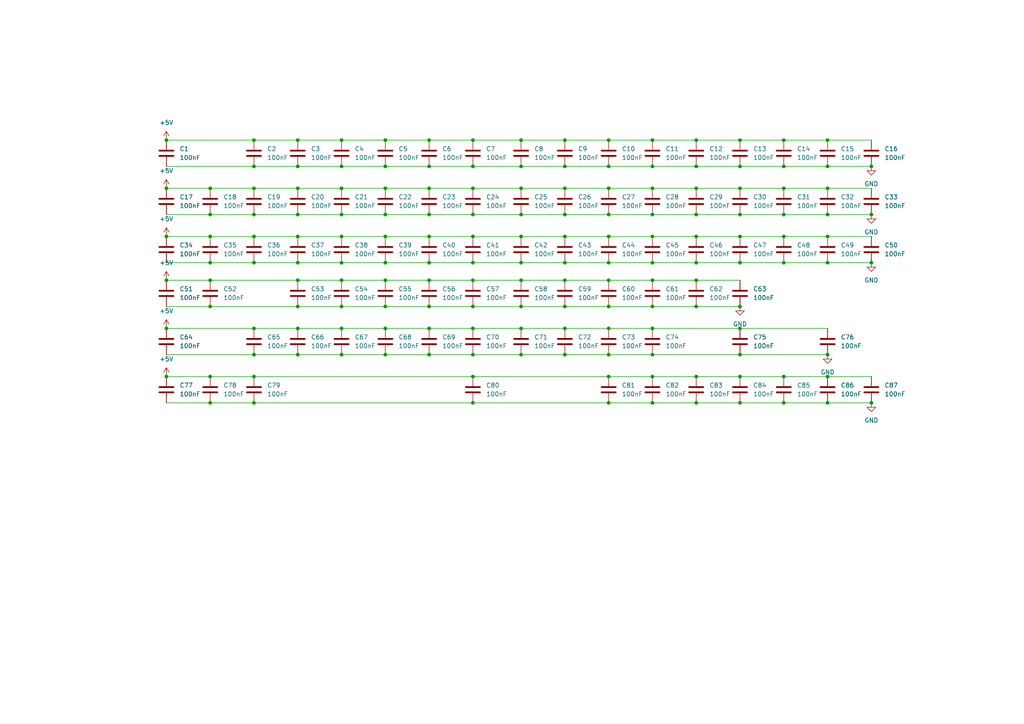
<source format=kicad_sch>
(kicad_sch (version 20231120) (generator "eeschema") (generator_version "8.0")
  (paper "A4")
  (lib_symbols
    (symbol "Device:C" (pin_numbers hide) (pin_names (offset 0.254))
      (property "Reference" "C" (at 0.635 2.54 0))
      (property "Value" "C" (at 0.635 -2.54 0))
      (symbol "C_0_1"
        (polyline (pts (xy -2.032 -0.762) (xy 2.032 -0.762)) (stroke (width 0.508)))
        (polyline (pts (xy -2.032 0.762) (xy 2.032 0.762)) (stroke (width 0.508)))
      )
      (symbol "C_1_1"
        (pin passive line (at 0 3.81 270) (length 2.794) (name "~") (number "1"))
        (pin passive line (at 0 -3.81 90) (length 2.794) (name "~") (number "2"))
      )
    )
    (symbol "power:+5V" (power) (pin_numbers hide) (pin_names (offset 0) hide)
      (property "Value" "+5V" (at 0 3.556 0))
      (symbol "+5V_0_1"
        (polyline (pts (xy -0.762 1.27) (xy 0 2.54)))
        (polyline (pts (xy 0 0) (xy 0 2.54)))
        (polyline (pts (xy 0 2.54) (xy 0.762 1.27)))
      )
      (symbol "+5V_1_1"
        (pin power_in line (at 0 0 90) (length 0) (name "~") (number "1"))
      )
    )
    (symbol "power:GND" (power) (pin_numbers hide) (pin_names (offset 0) hide)
      (property "Value" "GND" (at 0 -3.81 0))
      (symbol "GND_0_1"
        (polyline (pts (xy 0 0) (xy 0 -1.27) (xy 1.27 -1.27) (xy 0 -2.54) (xy -1.27 -1.27) (xy 0 -1.27)))
      )
      (symbol "GND_1_1"
        (pin power_in line (at 0 0 270) (length 0) (name "~") (number "1"))
      )
    )
  )
  (junction (at 163.83 48.26))
  (junction (at 201.93 116.84))
  (junction (at 176.53 54.61))
  (junction (at 163.83 68.58))
  (junction (at 201.93 62.23))
  (junction (at 240.03 76.2))
  (junction (at 227.33 116.84))
  (junction (at 60.96 116.84))
  (junction (at 163.83 81.28))
  (junction (at 86.36 102.87))
  (junction (at 163.83 62.23))
  (junction (at 151.13 48.26))
  (junction (at 151.13 81.28))
  (junction (at 151.13 54.61))
  (junction (at 48.26 81.28))
  (junction (at 163.83 54.61))
  (junction (at 176.53 48.26))
  (junction (at 111.76 68.58))
  (junction (at 137.16 54.61))
  (junction (at 99.06 40.64))
  (junction (at 111.76 48.26))
  (junction (at 214.63 48.26))
  (junction (at 48.26 95.25))
  (junction (at 111.76 76.2))
  (junction (at 214.63 40.64))
  (junction (at 214.63 95.25))
  (junction (at 99.06 76.2))
  (junction (at 163.83 40.64))
  (junction (at 189.23 48.26))
  (junction (at 240.03 102.87))
  (junction (at 73.66 62.23))
  (junction (at 201.93 81.28))
  (junction (at 86.36 68.58))
  (junction (at 137.16 81.28))
  (junction (at 48.26 54.61))
  (junction (at 99.06 81.28))
  (junction (at 99.06 62.23))
  (junction (at 124.46 76.2))
  (junction (at 60.96 88.9))
  (junction (at 60.96 109.22))
  (junction (at 99.06 88.9))
  (junction (at 73.66 68.58))
  (junction (at 48.26 40.64))
  (junction (at 137.16 109.22))
  (junction (at 240.03 109.22))
  (junction (at 60.96 81.28))
  (junction (at 176.53 102.87))
  (junction (at 227.33 54.61))
  (junction (at 124.46 62.23))
  (junction (at 240.03 54.61))
  (junction (at 176.53 68.58))
  (junction (at 137.16 116.84))
  (junction (at 227.33 68.58))
  (junction (at 124.46 48.26))
  (junction (at 86.36 81.28))
  (junction (at 214.63 109.22))
  (junction (at 151.13 62.23))
  (junction (at 151.13 68.58))
  (junction (at 73.66 109.22))
  (junction (at 201.93 54.61))
  (junction (at 60.96 62.23))
  (junction (at 137.16 48.26))
  (junction (at 86.36 76.2))
  (junction (at 151.13 76.2))
  (junction (at 189.23 76.2))
  (junction (at 227.33 40.64))
  (junction (at 214.63 68.58))
  (junction (at 124.46 95.25))
  (junction (at 240.03 62.23))
  (junction (at 137.16 62.23))
  (junction (at 111.76 102.87))
  (junction (at 48.26 109.22))
  (junction (at 151.13 40.64))
  (junction (at 201.93 109.22))
  (junction (at 73.66 48.26))
  (junction (at 86.36 95.25))
  (junction (at 176.53 76.2))
  (junction (at 99.06 95.25))
  (junction (at 86.36 54.61))
  (junction (at 176.53 88.9))
  (junction (at 111.76 95.25))
  (junction (at 227.33 62.23))
  (junction (at 99.06 68.58))
  (junction (at 252.73 48.26))
  (junction (at 201.93 68.58))
  (junction (at 176.53 116.84))
  (junction (at 124.46 40.64))
  (junction (at 214.63 102.87))
  (junction (at 163.83 76.2))
  (junction (at 124.46 102.87))
  (junction (at 86.36 88.9))
  (junction (at 201.93 40.64))
  (junction (at 214.63 62.23))
  (junction (at 189.23 40.64))
  (junction (at 124.46 81.28))
  (junction (at 240.03 40.64))
  (junction (at 151.13 95.25))
  (junction (at 189.23 116.84))
  (junction (at 240.03 48.26))
  (junction (at 189.23 62.23))
  (junction (at 201.93 88.9))
  (junction (at 86.36 48.26))
  (junction (at 176.53 40.64))
  (junction (at 201.93 76.2))
  (junction (at 252.73 76.2))
  (junction (at 163.83 102.87))
  (junction (at 137.16 68.58))
  (junction (at 227.33 48.26))
  (junction (at 214.63 76.2))
  (junction (at 151.13 102.87))
  (junction (at 60.96 68.58))
  (junction (at 201.93 48.26))
  (junction (at 176.53 62.23))
  (junction (at 163.83 95.25))
  (junction (at 189.23 109.22))
  (junction (at 73.66 76.2))
  (junction (at 252.73 116.84))
  (junction (at 189.23 102.87))
  (junction (at 86.36 62.23))
  (junction (at 214.63 88.9))
  (junction (at 73.66 95.25))
  (junction (at 252.73 62.23))
  (junction (at 137.16 76.2))
  (junction (at 124.46 54.61))
  (junction (at 189.23 68.58))
  (junction (at 111.76 62.23))
  (junction (at 73.66 102.87))
  (junction (at 124.46 68.58))
  (junction (at 73.66 54.61))
  (junction (at 137.16 102.87))
  (junction (at 137.16 40.64))
  (junction (at 137.16 95.25))
  (junction (at 214.63 116.84))
  (junction (at 60.96 76.2))
  (junction (at 111.76 54.61))
  (junction (at 137.16 88.9))
  (junction (at 73.66 116.84))
  (junction (at 176.53 95.25))
  (junction (at 227.33 76.2))
  (junction (at 111.76 88.9))
  (junction (at 60.96 54.61))
  (junction (at 176.53 109.22))
  (junction (at 73.66 40.64))
  (junction (at 151.13 88.9))
  (junction (at 111.76 40.64))
  (junction (at 48.26 68.58))
  (junction (at 227.33 109.22))
  (junction (at 124.46 88.9))
  (junction (at 189.23 54.61))
  (junction (at 99.06 54.61))
  (junction (at 240.03 68.58))
  (junction (at 189.23 81.28))
  (junction (at 189.23 88.9))
  (junction (at 189.23 95.25))
  (junction (at 86.36 40.64))
  (junction (at 176.53 81.28))
  (junction (at 214.63 54.61))
  (junction (at 240.03 116.84))
  (junction (at 111.76 81.28))
  (junction (at 99.06 102.87))
  (junction (at 163.83 88.9))
  (junction (at 99.06 48.26))
  (wire (pts (xy 73.66 54.61) (xy 86.36 54.61)))
  (wire (pts (xy 176.53 88.9) (xy 189.23 88.9)))
  (wire (pts (xy 111.76 102.87) (xy 124.46 102.87)))
  (wire (pts (xy 189.23 48.26) (xy 201.93 48.26)))
  (wire (pts (xy 60.96 54.61) (xy 73.66 54.61)))
  (wire (pts (xy 60.96 62.23) (xy 73.66 62.23)))
  (wire (pts (xy 189.23 68.58) (xy 201.93 68.58)))
  (wire (pts (xy 73.66 102.87) (xy 86.36 102.87)))
  (wire (pts (xy 151.13 48.26) (xy 163.83 48.26)))
  (wire (pts (xy 137.16 54.61) (xy 151.13 54.61)))
  (wire (pts (xy 111.76 95.25) (xy 124.46 95.25)))
  (wire (pts (xy 124.46 40.64) (xy 137.16 40.64)))
  (wire (pts (xy 227.33 54.61) (xy 240.03 54.61)))
  (wire (pts (xy 99.06 76.2) (xy 111.76 76.2)))
  (wire (pts (xy 201.93 54.61) (xy 214.63 54.61)))
  (wire (pts (xy 151.13 40.64) (xy 163.83 40.64)))
  (wire (pts (xy 137.16 102.87) (xy 151.13 102.87)))
  (wire (pts (xy 48.26 109.22) (xy 60.96 109.22)))
  (wire (pts (xy 189.23 81.28) (xy 201.93 81.28)))
  (wire (pts (xy 48.26 40.64) (xy 73.66 40.64)))
  (wire (pts (xy 86.36 68.58) (xy 99.06 68.58)))
  (wire (pts (xy 214.63 48.26) (xy 227.33 48.26)))
  (wire (pts (xy 137.16 95.25) (xy 151.13 95.25)))
  (wire (pts (xy 124.46 76.2) (xy 137.16 76.2)))
  (wire (pts (xy 111.76 88.9) (xy 124.46 88.9)))
  (wire (pts (xy 176.53 68.58) (xy 189.23 68.58)))
  (wire (pts (xy 163.83 48.26) (xy 176.53 48.26)))
  (wire (pts (xy 99.06 54.61) (xy 111.76 54.61)))
  (wire (pts (xy 176.53 40.64) (xy 189.23 40.64)))
  (wire (pts (xy 111.76 81.28) (xy 124.46 81.28)))
  (wire (pts (xy 189.23 76.2) (xy 201.93 76.2)))
  (wire (pts (xy 151.13 76.2) (xy 163.83 76.2)))
  (wire (pts (xy 189.23 62.23) (xy 201.93 62.23)))
  (wire (pts (xy 99.06 68.58) (xy 111.76 68.58)))
  (wire (pts (xy 73.66 116.84) (xy 137.16 116.84)))
  (wire (pts (xy 111.76 68.58) (xy 124.46 68.58)))
  (wire (pts (xy 189.23 102.87) (xy 214.63 102.87)))
  (wire (pts (xy 137.16 40.64) (xy 151.13 40.64)))
  (wire (pts (xy 163.83 95.25) (xy 176.53 95.25)))
  (wire (pts (xy 86.36 76.2) (xy 99.06 76.2)))
  (wire (pts (xy 48.26 68.58) (xy 60.96 68.58)))
  (wire (pts (xy 227.33 76.2) (xy 240.03 76.2)))
  (wire (pts (xy 189.23 95.25) (xy 214.63 95.25)))
  (wire (pts (xy 48.26 54.61) (xy 60.96 54.61)))
  (wire (pts (xy 176.53 76.2) (xy 189.23 76.2)))
  (wire (pts (xy 227.33 116.84) (xy 240.03 116.84)))
  (wire (pts (xy 48.26 48.26) (xy 73.66 48.26)))
  (wire (pts (xy 111.76 62.23) (xy 124.46 62.23)))
  (wire (pts (xy 214.63 76.2) (xy 227.33 76.2)))
  (wire (pts (xy 137.16 116.84) (xy 176.53 116.84)))
  (wire (pts (xy 176.53 116.84) (xy 189.23 116.84)))
  (wire (pts (xy 201.93 88.9) (xy 214.63 88.9)))
  (wire (pts (xy 137.16 109.22) (xy 176.53 109.22)))
  (wire (pts (xy 48.26 102.87) (xy 73.66 102.87)))
  (wire (pts (xy 48.26 95.25) (xy 73.66 95.25)))
  (wire (pts (xy 176.53 109.22) (xy 189.23 109.22)))
  (wire (pts (xy 189.23 54.61) (xy 201.93 54.61)))
  (wire (pts (xy 214.63 102.87) (xy 240.03 102.87)))
  (wire (pts (xy 227.33 40.64) (xy 240.03 40.64)))
  (wire (pts (xy 73.66 62.23) (xy 86.36 62.23)))
  (wire (pts (xy 151.13 88.9) (xy 163.83 88.9)))
  (wire (pts (xy 240.03 40.64) (xy 252.73 40.64)))
  (wire (pts (xy 60.96 116.84) (xy 73.66 116.84)))
  (wire (pts (xy 163.83 62.23) (xy 176.53 62.23)))
  (wire (pts (xy 214.63 40.64) (xy 227.33 40.64)))
  (wire (pts (xy 137.16 68.58) (xy 151.13 68.58)))
  (wire (pts (xy 201.93 40.64) (xy 214.63 40.64)))
  (wire (pts (xy 214.63 62.23) (xy 227.33 62.23)))
  (wire (pts (xy 48.26 76.2) (xy 60.96 76.2)))
  (wire (pts (xy 151.13 102.87) (xy 163.83 102.87)))
  (wire (pts (xy 73.66 109.22) (xy 137.16 109.22)))
  (wire (pts (xy 189.23 88.9) (xy 201.93 88.9)))
  (wire (pts (xy 73.66 76.2) (xy 86.36 76.2)))
  (wire (pts (xy 214.63 54.61) (xy 227.33 54.61)))
  (wire (pts (xy 137.16 62.23) (xy 151.13 62.23)))
  (wire (pts (xy 201.93 116.84) (xy 214.63 116.84)))
  (wire (pts (xy 176.53 62.23) (xy 189.23 62.23)))
  (wire (pts (xy 151.13 81.28) (xy 163.83 81.28)))
  (wire (pts (xy 163.83 68.58) (xy 176.53 68.58)))
  (wire (pts (xy 240.03 54.61) (xy 252.73 54.61)))
  (wire (pts (xy 240.03 48.26) (xy 252.73 48.26)))
  (wire (pts (xy 124.46 54.61) (xy 137.16 54.61)))
  (wire (pts (xy 99.06 48.26) (xy 111.76 48.26)))
  (wire (pts (xy 176.53 54.61) (xy 189.23 54.61)))
  (wire (pts (xy 189.23 116.84) (xy 201.93 116.84)))
  (wire (pts (xy 60.96 109.22) (xy 73.66 109.22)))
  (wire (pts (xy 201.93 76.2) (xy 214.63 76.2)))
  (wire (pts (xy 163.83 76.2) (xy 176.53 76.2)))
  (wire (pts (xy 227.33 109.22) (xy 240.03 109.22)))
  (wire (pts (xy 48.26 116.84) (xy 60.96 116.84)))
  (wire (pts (xy 99.06 62.23) (xy 111.76 62.23)))
  (wire (pts (xy 60.96 88.9) (xy 86.36 88.9)))
  (wire (pts (xy 214.63 95.25) (xy 240.03 95.25)))
  (wire (pts (xy 73.66 48.26) (xy 86.36 48.26)))
  (wire (pts (xy 227.33 68.58) (xy 240.03 68.58)))
  (wire (pts (xy 124.46 102.87) (xy 137.16 102.87)))
  (wire (pts (xy 176.53 95.25) (xy 189.23 95.25)))
  (wire (pts (xy 86.36 40.64) (xy 99.06 40.64)))
  (wire (pts (xy 124.46 62.23) (xy 137.16 62.23)))
  (wire (pts (xy 227.33 48.26) (xy 240.03 48.26)))
  (wire (pts (xy 240.03 116.84) (xy 252.73 116.84)))
  (wire (pts (xy 176.53 81.28) (xy 189.23 81.28)))
  (wire (pts (xy 201.93 48.26) (xy 214.63 48.26)))
  (wire (pts (xy 86.36 95.25) (xy 99.06 95.25)))
  (wire (pts (xy 201.93 62.23) (xy 214.63 62.23)))
  (wire (pts (xy 163.83 88.9) (xy 176.53 88.9)))
  (wire (pts (xy 124.46 81.28) (xy 137.16 81.28)))
  (wire (pts (xy 48.26 88.9) (xy 60.96 88.9)))
  (wire (pts (xy 73.66 68.58) (xy 86.36 68.58)))
  (wire (pts (xy 99.06 81.28) (xy 111.76 81.28)))
  (wire (pts (xy 151.13 68.58) (xy 163.83 68.58)))
  (wire (pts (xy 214.63 109.22) (xy 227.33 109.22)))
  (wire (pts (xy 163.83 40.64) (xy 176.53 40.64)))
  (wire (pts (xy 124.46 95.25) (xy 137.16 95.25)))
  (wire (pts (xy 163.83 81.28) (xy 176.53 81.28)))
  (wire (pts (xy 201.93 81.28) (xy 214.63 81.28)))
  (wire (pts (xy 111.76 76.2) (xy 124.46 76.2)))
  (wire (pts (xy 99.06 95.25) (xy 111.76 95.25)))
  (wire (pts (xy 137.16 88.9) (xy 151.13 88.9)))
  (wire (pts (xy 111.76 40.64) (xy 124.46 40.64)))
  (wire (pts (xy 60.96 76.2) (xy 73.66 76.2)))
  (wire (pts (xy 124.46 88.9) (xy 137.16 88.9)))
  (wire (pts (xy 214.63 68.58) (xy 227.33 68.58)))
  (wire (pts (xy 48.26 81.28) (xy 60.96 81.28)))
  (wire (pts (xy 60.96 68.58) (xy 73.66 68.58)))
  (wire (pts (xy 240.03 76.2) (xy 252.73 76.2)))
  (wire (pts (xy 86.36 62.23) (xy 99.06 62.23)))
  (wire (pts (xy 201.93 109.22) (xy 214.63 109.22)))
  (wire (pts (xy 60.96 81.28) (xy 86.36 81.28)))
  (wire (pts (xy 86.36 88.9) (xy 99.06 88.9)))
  (wire (pts (xy 86.36 81.28) (xy 99.06 81.28)))
  (wire (pts (xy 137.16 81.28) (xy 151.13 81.28)))
  (wire (pts (xy 240.03 109.22) (xy 252.73 109.22)))
  (wire (pts (xy 73.66 40.64) (xy 86.36 40.64)))
  (wire (pts (xy 240.03 62.23) (xy 252.73 62.23)))
  (wire (pts (xy 48.26 62.23) (xy 60.96 62.23)))
  (wire (pts (xy 137.16 76.2) (xy 151.13 76.2)))
  (wire (pts (xy 86.36 54.61) (xy 99.06 54.61)))
  (wire (pts (xy 214.63 116.84) (xy 227.33 116.84)))
  (wire (pts (xy 201.93 68.58) (xy 214.63 68.58)))
  (wire (pts (xy 151.13 54.61) (xy 163.83 54.61)))
  (wire (pts (xy 124.46 68.58) (xy 137.16 68.58)))
  (wire (pts (xy 163.83 54.61) (xy 176.53 54.61)))
  (wire (pts (xy 227.33 62.23) (xy 240.03 62.23)))
  (wire (pts (xy 240.03 68.58) (xy 252.73 68.58)))
  (wire (pts (xy 124.46 48.26) (xy 137.16 48.26)))
  (wire (pts (xy 176.53 48.26) (xy 189.23 48.26)))
  (wire (pts (xy 86.36 102.87) (xy 99.06 102.87)))
  (wire (pts (xy 111.76 48.26) (xy 124.46 48.26)))
  (wire (pts (xy 99.06 88.9) (xy 111.76 88.9)))
  (wire (pts (xy 176.53 102.87) (xy 189.23 102.87)))
  (wire (pts (xy 73.66 95.25) (xy 86.36 95.25)))
  (wire (pts (xy 111.76 54.61) (xy 124.46 54.61)))
  (wire (pts (xy 189.23 40.64) (xy 201.93 40.64)))
  (wire (pts (xy 189.23 109.22) (xy 201.93 109.22)))
  (wire (pts (xy 151.13 95.25) (xy 163.83 95.25)))
  (wire (pts (xy 99.06 102.87) (xy 111.76 102.87)))
  (wire (pts (xy 163.83 102.87) (xy 176.53 102.87)))
  (wire (pts (xy 99.06 40.64) (xy 111.76 40.64)))
  (wire (pts (xy 86.36 48.26) (xy 99.06 48.26)))
  (wire (pts (xy 151.13 62.23) (xy 163.83 62.23)))
  (wire (pts (xy 137.16 48.26) (xy 151.13 48.26)))
  (symbol (lib_id "Device:C") (at 86.36 58.42 0) (unit 1)
    (property "Reference" "C20" (at 90.17 57.1499 0) (effects (justify left)))
    (property "Value" "100nF" (at 90.17 59.6899 0) (effects (justify left)))
    (property "Footprint" "Capacitor_SMD:C_0402_1005Metric_Pad0.74x0.62mm_HandSolder" (effects (hide yes)))
    (property "Description" "Unpolarized capacitor" (effects (hide yes)))
  )
  (symbol (lib_id "Device:C") (at 48.26 44.45 0) (unit 1)
    (property "Reference" "C1" (at 52.07 43.1799 0) (effects (justify left)))
    (property "Value" "100nF" (at 52.07 45.7199 0) (effects (justify left)))
    (property "Footprint" "Capacitor_SMD:C_0402_1005Metric_Pad0.74x0.62mm_HandSolder" (effects (hide yes)))
    (property "Description" "Unpolarized capacitor" (effects (hide yes)))
  )
  (symbol (lib_id "Device:C") (at 60.96 85.09 0) (unit 1)
    (property "Reference" "C52" (at 64.77 83.8199 0) (effects (justify left)))
    (property "Value" "100nF" (at 64.77 86.3599 0) (effects (justify left)))
    (property "Footprint" "Capacitor_SMD:C_0402_1005Metric_Pad0.74x0.62mm_HandSolder" (effects (hide yes)))
    (property "Description" "Unpolarized capacitor" (effects (hide yes)))
  )
  (symbol (lib_id "power:GND") (at 252.73 62.23 0) (unit 1)
    (property "Reference" "#PWR04" (effects (hide yes)))
    (property "Value" "GND" (at 252.73 67.31 0))
    (property "Description" "Power symbol creates a global label with name \"GND\" , ground" (effects (hide yes)))
  )
  (symbol (lib_id "Device:C") (at 151.13 85.09 0) (unit 1)
    (property "Reference" "C58" (at 154.94 83.8199 0) (effects (justify left)))
    (property "Value" "100nF" (at 154.94 86.3599 0) (effects (justify left)))
    (property "Footprint" "Capacitor_SMD:C_0402_1005Metric_Pad0.74x0.62mm_HandSolder" (effects (hide yes)))
    (property "Description" "Unpolarized capacitor" (effects (hide yes)))
  )
  (symbol (lib_id "Device:C") (at 137.16 72.39 0) (unit 1)
    (property "Reference" "C41" (at 140.97 71.1199 0) (effects (justify left)))
    (property "Value" "100nF" (at 140.97 73.6599 0) (effects (justify left)))
    (property "Footprint" "Capacitor_SMD:C_0402_1005Metric_Pad0.74x0.62mm_HandSolder" (effects (hide yes)))
    (property "Description" "Unpolarized capacitor" (effects (hide yes)))
  )
  (symbol (lib_id "Device:C") (at 240.03 44.45 0) (unit 1)
    (property "Reference" "C15" (at 243.84 43.1799 0) (effects (justify left)))
    (property "Value" "100nF" (at 243.84 45.7199 0) (effects (justify left)))
    (property "Footprint" "Capacitor_SMD:C_0402_1005Metric_Pad0.74x0.62mm_HandSolder" (effects (hide yes)))
    (property "Description" "Unpolarized capacitor" (effects (hide yes)))
  )
  (symbol (lib_id "Device:C") (at 214.63 58.42 0) (unit 1)
    (property "Reference" "C30" (at 218.44 57.1499 0) (effects (justify left)))
    (property "Value" "100nF" (at 218.44 59.6899 0) (effects (justify left)))
    (property "Footprint" "Capacitor_SMD:C_0402_1005Metric_Pad0.74x0.62mm_HandSolder" (effects (hide yes)))
    (property "Description" "Unpolarized capacitor" (effects (hide yes)))
  )
  (symbol (lib_id "Device:C") (at 227.33 72.39 0) (unit 1)
    (property "Reference" "C48" (at 231.14 71.1199 0) (effects (justify left)))
    (property "Value" "100nF" (at 231.14 73.6599 0) (effects (justify left)))
    (property "Footprint" "Capacitor_SMD:C_0402_1005Metric_Pad0.74x0.62mm_HandSolder" (effects (hide yes)))
    (property "Description" "Unpolarized capacitor" (effects (hide yes)))
  )
  (symbol (lib_id "Device:C") (at 111.76 44.45 0) (unit 1)
    (property "Reference" "C5" (at 115.57 43.1799 0) (effects (justify left)))
    (property "Value" "100nF" (at 115.57 45.7199 0) (effects (justify left)))
    (property "Footprint" "Capacitor_SMD:C_0402_1005Metric_Pad0.74x0.62mm_HandSolder" (effects (hide yes)))
    (property "Description" "Unpolarized capacitor" (effects (hide yes)))
  )
  (symbol (lib_id "Device:C") (at 99.06 72.39 0) (unit 1)
    (property "Reference" "C38" (at 102.87 71.1199 0) (effects (justify left)))
    (property "Value" "100nF" (at 102.87 73.6599 0) (effects (justify left)))
    (property "Footprint" "Capacitor_SMD:C_0402_1005Metric_Pad0.74x0.62mm_HandSolder" (effects (hide yes)))
    (property "Description" "Unpolarized capacitor" (effects (hide yes)))
  )
  (symbol (lib_id "Device:C") (at 176.53 113.03 0) (unit 1)
    (property "Reference" "C81" (at 180.34 111.7599 0) (effects (justify left)))
    (property "Value" "100nF" (at 180.34 114.2999 0) (effects (justify left)))
    (property "Footprint" "Capacitor_SMD:C_0402_1005Metric_Pad0.74x0.62mm_HandSolder" (effects (hide yes)))
    (property "Description" "Unpolarized capacitor" (effects (hide yes)))
  )
  (symbol (lib_id "Device:C") (at 214.63 99.06 0) (unit 1)
    (property "Reference" "C75" (at 218.44 97.7899 0) (effects (justify left)))
    (property "Value" "100nF" (at 218.44 100.3299 0) (effects (justify left)))
    (property "Footprint" "Capacitor_SMD:C_0402_1005Metric_Pad0.74x0.62mm_HandSolder" (effects (hide yes)))
    (property "Description" "Unpolarized capacitor" (effects (hide yes)))
  )
  (symbol (lib_id "Device:C") (at 73.66 113.03 0) (unit 1)
    (property "Reference" "C79" (at 77.47 111.7599 0) (effects (justify left)))
    (property "Value" "100nF" (at 77.47 114.2999 0) (effects (justify left)))
    (property "Footprint" "Capacitor_SMD:C_0402_1005Metric_Pad0.74x0.62mm_HandSolder" (effects (hide yes)))
    (property "Description" "Unpolarized capacitor" (effects (hide yes)))
  )
  (symbol (lib_id "power:+5V") (at 48.26 54.61 0) (unit 1)
    (property "Reference" "#PWR03" (effects (hide yes)))
    (property "Value" "+5V" (at 48.26 49.53 0))
    (property "Description" "Power symbol creates a global label with name \"+5V\"" (effects (hide yes)))
  )
  (symbol (lib_id "Device:C") (at 73.66 58.42 0) (unit 1)
    (property "Reference" "C19" (at 77.47 57.1499 0) (effects (justify left)))
    (property "Value" "100nF" (at 77.47 59.6899 0) (effects (justify left)))
    (property "Footprint" "Capacitor_SMD:C_0402_1005Metric_Pad0.74x0.62mm_HandSolder" (effects (hide yes)))
    (property "Description" "Unpolarized capacitor" (effects (hide yes)))
  )
  (symbol (lib_id "Device:C") (at 124.46 72.39 0) (unit 1)
    (property "Reference" "C40" (at 128.27 71.1199 0) (effects (justify left)))
    (property "Value" "100nF" (at 128.27 73.6599 0) (effects (justify left)))
    (property "Footprint" "Capacitor_SMD:C_0402_1005Metric_Pad0.74x0.62mm_HandSolder" (effects (hide yes)))
    (property "Description" "Unpolarized capacitor" (effects (hide yes)))
  )
  (symbol (lib_id "power:+5V") (at 48.26 81.28 0) (unit 1)
    (property "Reference" "#PWR07" (effects (hide yes)))
    (property "Value" "+5V" (at 48.26 76.2 0))
    (property "Description" "Power symbol creates a global label with name \"+5V\"" (effects (hide yes)))
  )
  (symbol (lib_id "Device:C") (at 99.06 58.42 0) (unit 1)
    (property "Reference" "C21" (at 102.87 57.1499 0) (effects (justify left)))
    (property "Value" "100nF" (at 102.87 59.6899 0) (effects (justify left)))
    (property "Footprint" "Capacitor_SMD:C_0402_1005Metric_Pad0.74x0.62mm_HandSolder" (effects (hide yes)))
    (property "Description" "Unpolarized capacitor" (effects (hide yes)))
  )
  (symbol (lib_id "power:+5V") (at 48.26 109.22 0) (unit 1)
    (property "Reference" "#PWR011" (effects (hide yes)))
    (property "Value" "+5V" (at 48.26 104.14 0))
    (property "Description" "Power symbol creates a global label with name \"+5V\"" (effects (hide yes)))
  )
  (symbol (lib_id "Device:C") (at 48.26 85.09 0) (unit 1)
    (property "Reference" "C51" (at 52.07 83.8199 0) (effects (justify left)))
    (property "Value" "100nF" (at 52.07 86.3599 0) (effects (justify left)))
    (property "Footprint" "Capacitor_SMD:C_0402_1005Metric_Pad0.74x0.62mm_HandSolder" (effects (hide yes)))
    (property "Description" "Unpolarized capacitor" (effects (hide yes)))
  )
  (symbol (lib_id "Device:C") (at 48.26 58.42 0) (unit 1)
    (property "Reference" "C17" (at 52.07 57.1499 0) (effects (justify left)))
    (property "Value" "100nF" (at 52.07 59.6899 0) (effects (justify left)))
    (property "Footprint" "Capacitor_SMD:C_0402_1005Metric_Pad0.74x0.62mm_HandSolder" (effects (hide yes)))
    (property "Description" "Unpolarized capacitor" (effects (hide yes)))
  )
  (symbol (lib_id "Device:C") (at 252.73 58.42 0) (unit 1)
    (property "Reference" "C33" (at 256.54 57.1499 0) (effects (justify left)))
    (property "Value" "100nF" (at 256.54 59.6899 0) (effects (justify left)))
    (property "Footprint" "Capacitor_SMD:C_0402_1005Metric_Pad0.74x0.62mm_HandSolder" (effects (hide yes)))
    (property "Description" "Unpolarized capacitor" (effects (hide yes)))
  )
  (symbol (lib_id "Device:C") (at 201.93 85.09 0) (unit 1)
    (property "Reference" "C62" (at 205.74 83.8199 0) (effects (justify left)))
    (property "Value" "100nF" (at 205.74 86.3599 0) (effects (justify left)))
    (property "Footprint" "Capacitor_SMD:C_0402_1005Metric_Pad0.74x0.62mm_HandSolder" (effects (hide yes)))
    (property "Description" "Unpolarized capacitor" (effects (hide yes)))
  )
  (symbol (lib_id "Device:C") (at 240.03 99.06 0) (unit 1)
    (property "Reference" "C76" (at 243.84 97.7899 0) (effects (justify left)))
    (property "Value" "100nF" (at 243.84 100.3299 0) (effects (justify left)))
    (property "Footprint" "Capacitor_SMD:C_0402_1005Metric_Pad0.74x0.62mm_HandSolder" (effects (hide yes)))
    (property "Description" "Unpolarized capacitor" (effects (hide yes)))
  )
  (symbol (lib_id "Device:C") (at 99.06 85.09 0) (unit 1)
    (property "Reference" "C54" (at 102.87 83.8199 0) (effects (justify left)))
    (property "Value" "100nF" (at 102.87 86.3599 0) (effects (justify left)))
    (property "Footprint" "Capacitor_SMD:C_0402_1005Metric_Pad0.74x0.62mm_HandSolder" (effects (hide yes)))
    (property "Description" "Unpolarized capacitor" (effects (hide yes)))
  )
  (symbol (lib_id "Device:C") (at 73.66 72.39 0) (unit 1)
    (property "Reference" "C36" (at 77.47 71.1199 0) (effects (justify left)))
    (property "Value" "100nF" (at 77.47 73.6599 0) (effects (justify left)))
    (property "Footprint" "Capacitor_SMD:C_0402_1005Metric_Pad0.74x0.62mm_HandSolder" (effects (hide yes)))
    (property "Description" "Unpolarized capacitor" (effects (hide yes)))
  )
  (symbol (lib_id "Device:C") (at 73.66 99.06 0) (unit 1)
    (property "Reference" "C65" (at 77.47 97.7899 0) (effects (justify left)))
    (property "Value" "100nF" (at 77.47 100.3299 0) (effects (justify left)))
    (property "Footprint" "Capacitor_SMD:C_0402_1005Metric_Pad0.74x0.62mm_HandSolder" (effects (hide yes)))
    (property "Description" "Unpolarized capacitor" (effects (hide yes)))
  )
  (symbol (lib_id "Device:C") (at 176.53 85.09 0) (unit 1)
    (property "Reference" "C60" (at 180.34 83.8199 0) (effects (justify left)))
    (property "Value" "100nF" (at 180.34 86.3599 0) (effects (justify left)))
    (property "Footprint" "Capacitor_SMD:C_0402_1005Metric_Pad0.74x0.62mm_HandSolder" (effects (hide yes)))
    (property "Description" "Unpolarized capacitor" (effects (hide yes)))
  )
  (symbol (lib_id "Device:C") (at 111.76 99.06 0) (unit 1)
    (property "Reference" "C68" (at 115.57 97.7899 0) (effects (justify left)))
    (property "Value" "100nF" (at 115.57 100.3299 0) (effects (justify left)))
    (property "Footprint" "Capacitor_SMD:C_0402_1005Metric_Pad0.74x0.62mm_HandSolder" (effects (hide yes)))
    (property "Description" "Unpolarized capacitor" (effects (hide yes)))
  )
  (symbol (lib_id "Device:C") (at 227.33 113.03 0) (unit 1)
    (property "Reference" "C85" (at 231.14 111.7599 0) (effects (justify left)))
    (property "Value" "100nF" (at 231.14 114.2999 0) (effects (justify left)))
    (property "Footprint" "Capacitor_SMD:C_0402_1005Metric_Pad0.74x0.62mm_HandSolder" (effects (hide yes)))
    (property "Description" "Unpolarized capacitor" (effects (hide yes)))
  )
  (symbol (lib_id "Device:C") (at 151.13 44.45 0) (unit 1)
    (property "Reference" "C8" (at 154.94 43.1799 0) (effects (justify left)))
    (property "Value" "100nF" (at 154.94 45.7199 0) (effects (justify left)))
    (property "Footprint" "Capacitor_SMD:C_0402_1005Metric_Pad0.74x0.62mm_HandSolder" (effects (hide yes)))
    (property "Description" "Unpolarized capacitor" (effects (hide yes)))
  )
  (symbol (lib_id "Device:C") (at 124.46 44.45 0) (unit 1)
    (property "Reference" "C6" (at 128.27 43.1799 0) (effects (justify left)))
    (property "Value" "100nF" (at 128.27 45.7199 0) (effects (justify left)))
    (property "Footprint" "Capacitor_SMD:C_0402_1005Metric_Pad0.74x0.62mm_HandSolder" (effects (hide yes)))
    (property "Description" "Unpolarized capacitor" (effects (hide yes)))
  )
  (symbol (lib_id "Device:C") (at 163.83 72.39 0) (unit 1)
    (property "Reference" "C43" (at 167.64 71.1199 0) (effects (justify left)))
    (property "Value" "100nF" (at 167.64 73.6599 0) (effects (justify left)))
    (property "Footprint" "Capacitor_SMD:C_0402_1005Metric_Pad0.74x0.62mm_HandSolder" (effects (hide yes)))
    (property "Description" "Unpolarized capacitor" (effects (hide yes)))
  )
  (symbol (lib_id "Device:C") (at 99.06 99.06 0) (unit 1)
    (property "Reference" "C67" (at 102.87 97.7899 0) (effects (justify left)))
    (property "Value" "100nF" (at 102.87 100.3299 0) (effects (justify left)))
    (property "Footprint" "Capacitor_SMD:C_0402_1005Metric_Pad0.74x0.62mm_HandSolder" (effects (hide yes)))
    (property "Description" "Unpolarized capacitor" (effects (hide yes)))
  )
  (symbol (lib_id "Device:C") (at 48.26 72.39 0) (unit 1)
    (property "Reference" "C34" (at 52.07 71.1199 0) (effects (justify left)))
    (property "Value" "100nF" (at 52.07 73.6599 0) (effects (justify left)))
    (property "Footprint" "Capacitor_SMD:C_0402_1005Metric_Pad0.74x0.62mm_HandSolder" (effects (hide yes)))
    (property "Description" "Unpolarized capacitor" (effects (hide yes)))
  )
  (symbol (lib_id "Device:C") (at 163.83 44.45 0) (unit 1)
    (property "Reference" "C9" (at 167.64 43.1799 0) (effects (justify left)))
    (property "Value" "100nF" (at 167.64 45.7199 0) (effects (justify left)))
    (property "Footprint" "Capacitor_SMD:C_0402_1005Metric_Pad0.74x0.62mm_HandSolder" (effects (hide yes)))
    (property "Description" "Unpolarized capacitor" (effects (hide yes)))
  )
  (symbol (lib_id "Device:C") (at 60.96 113.03 0) (unit 1)
    (property "Reference" "C78" (at 64.77 111.7599 0) (effects (justify left)))
    (property "Value" "100nF" (at 64.77 114.2999 0) (effects (justify left)))
    (property "Footprint" "Capacitor_SMD:C_0402_1005Metric_Pad0.74x0.62mm_HandSolder" (effects (hide yes)))
    (property "Description" "Unpolarized capacitor" (effects (hide yes)))
  )
  (symbol (lib_id "power:GND") (at 252.73 76.2 0) (unit 1)
    (property "Reference" "#PWR06" (effects (hide yes)))
    (property "Value" "GND" (at 252.73 81.28 0))
    (property "Description" "Power symbol creates a global label with name \"GND\" , ground" (effects (hide yes)))
  )
  (symbol (lib_id "power:GND") (at 252.73 116.84 0) (unit 1)
    (property "Reference" "#PWR012" (effects (hide yes)))
    (property "Value" "GND" (at 252.73 121.92 0))
    (property "Description" "Power symbol creates a global label with name \"GND\" , ground" (effects (hide yes)))
  )
  (symbol (lib_id "Device:C") (at 124.46 99.06 0) (unit 1)
    (property "Reference" "C69" (at 128.27 97.7899 0) (effects (justify left)))
    (property "Value" "100nF" (at 128.27 100.3299 0) (effects (justify left)))
    (property "Footprint" "Capacitor_SMD:C_0402_1005Metric_Pad0.74x0.62mm_HandSolder" (effects (hide yes)))
    (property "Description" "Unpolarized capacitor" (effects (hide yes)))
  )
  (symbol (lib_id "Device:C") (at 163.83 58.42 0) (unit 1)
    (property "Reference" "C26" (at 167.64 57.1499 0) (effects (justify left)))
    (property "Value" "100nF" (at 167.64 59.6899 0) (effects (justify left)))
    (property "Footprint" "Capacitor_SMD:C_0402_1005Metric_Pad0.74x0.62mm_HandSolder" (effects (hide yes)))
    (property "Description" "Unpolarized capacitor" (effects (hide yes)))
  )
  (symbol (lib_id "Device:C") (at 48.26 113.03 0) (unit 1)
    (property "Reference" "C77" (at 52.07 111.7599 0) (effects (justify left)))
    (property "Value" "100nF" (at 52.07 114.2999 0) (effects (justify left)))
    (property "Footprint" "Capacitor_SMD:C_0402_1005Metric_Pad0.74x0.62mm_HandSolder" (effects (hide yes)))
    (property "Description" "Unpolarized capacitor" (effects (hide yes)))
  )
  (symbol (lib_id "Device:C") (at 137.16 99.06 0) (unit 1)
    (property "Reference" "C70" (at 140.97 97.7899 0) (effects (justify left)))
    (property "Value" "100nF" (at 140.97 100.3299 0) (effects (justify left)))
    (property "Footprint" "Capacitor_SMD:C_0402_1005Metric_Pad0.74x0.62mm_HandSolder" (effects (hide yes)))
    (property "Description" "Unpolarized capacitor" (effects (hide yes)))
  )
  (symbol (lib_id "Device:C") (at 189.23 58.42 0) (unit 1)
    (property "Reference" "C28" (at 193.04 57.1499 0) (effects (justify left)))
    (property "Value" "100nF" (at 193.04 59.6899 0) (effects (justify left)))
    (property "Footprint" "Capacitor_SMD:C_0402_1005Metric_Pad0.74x0.62mm_HandSolder" (effects (hide yes)))
    (property "Description" "Unpolarized capacitor" (effects (hide yes)))
  )
  (symbol (lib_id "Device:C") (at 252.73 44.45 0) (unit 1)
    (property "Reference" "C16" (at 256.54 43.1799 0) (effects (justify left)))
    (property "Value" "100nF" (at 256.54 45.7199 0) (effects (justify left)))
    (property "Footprint" "Capacitor_SMD:C_0402_1005Metric_Pad0.74x0.62mm_HandSolder" (effects (hide yes)))
    (property "Description" "Unpolarized capacitor" (effects (hide yes)))
  )
  (symbol (lib_id "Device:C") (at 214.63 113.03 0) (unit 1)
    (property "Reference" "C84" (at 218.44 111.7599 0) (effects (justify left)))
    (property "Value" "100nF" (at 218.44 114.2999 0) (effects (justify left)))
    (property "Footprint" "Capacitor_SMD:C_0402_1005Metric_Pad0.74x0.62mm_HandSolder" (effects (hide yes)))
    (property "Description" "Unpolarized capacitor" (effects (hide yes)))
  )
  (symbol (lib_id "Device:C") (at 189.23 85.09 0) (unit 1)
    (property "Reference" "C61" (at 193.04 83.8199 0) (effects (justify left)))
    (property "Value" "100nF" (at 193.04 86.3599 0) (effects (justify left)))
    (property "Footprint" "Capacitor_SMD:C_0402_1005Metric_Pad0.74x0.62mm_HandSolder" (effects (hide yes)))
    (property "Description" "Unpolarized capacitor" (effects (hide yes)))
  )
  (symbol (lib_id "Device:C") (at 163.83 99.06 0) (unit 1)
    (property "Reference" "C72" (at 167.64 97.7899 0) (effects (justify left)))
    (property "Value" "100nF" (at 167.64 100.3299 0) (effects (justify left)))
    (property "Footprint" "Capacitor_SMD:C_0402_1005Metric_Pad0.74x0.62mm_HandSolder" (effects (hide yes)))
    (property "Description" "Unpolarized capacitor" (effects (hide yes)))
  )
  (symbol (lib_id "Device:C") (at 176.53 44.45 0) (unit 1)
    (property "Reference" "C10" (at 180.34 43.1799 0) (effects (justify left)))
    (property "Value" "100nF" (at 180.34 45.7199 0) (effects (justify left)))
    (property "Footprint" "Capacitor_SMD:C_0402_1005Metric_Pad0.74x0.62mm_HandSolder" (effects (hide yes)))
    (property "Description" "Unpolarized capacitor" (effects (hide yes)))
  )
  (symbol (lib_id "Device:C") (at 60.96 58.42 0) (unit 1)
    (property "Reference" "C18" (at 64.77 57.1499 0) (effects (justify left)))
    (property "Value" "100nF" (at 64.77 59.6899 0) (effects (justify left)))
    (property "Footprint" "Capacitor_SMD:C_0402_1005Metric_Pad0.74x0.62mm_HandSolder" (effects (hide yes)))
    (property "Description" "Unpolarized capacitor" (effects (hide yes)))
  )
  (symbol (lib_id "Device:C") (at 214.63 85.09 0) (unit 1)
    (property "Reference" "C63" (at 218.44 83.8199 0) (effects (justify left)))
    (property "Value" "100nF" (at 218.44 86.3599 0) (effects (justify left)))
    (property "Footprint" "Capacitor_SMD:C_0402_1005Metric_Pad0.74x0.62mm_HandSolder" (effects (hide yes)))
    (property "Description" "Unpolarized capacitor" (effects (hide yes)))
  )
  (symbol (lib_id "power:GND") (at 214.63 88.9 0) (unit 1)
    (property "Reference" "#PWR08" (effects (hide yes)))
    (property "Value" "GND" (at 214.63 93.98 0))
    (property "Description" "Power symbol creates a global label with name \"GND\" , ground" (effects (hide yes)))
  )
  (symbol (lib_id "Device:C") (at 137.16 113.03 0) (unit 1)
    (property "Reference" "C80" (at 140.97 111.7599 0) (effects (justify left)))
    (property "Value" "100nF" (at 140.97 114.2999 0) (effects (justify left)))
    (property "Footprint" "Capacitor_SMD:C_0402_1005Metric_Pad0.74x0.62mm_HandSolder" (effects (hide yes)))
    (property "Description" "Unpolarized capacitor" (effects (hide yes)))
  )
  (symbol (lib_id "power:+5V") (at 48.26 95.25 0) (unit 1)
    (property "Reference" "#PWR09" (effects (hide yes)))
    (property "Value" "+5V" (at 48.26 90.17 0))
    (property "Description" "Power symbol creates a global label with name \"+5V\"" (effects (hide yes)))
  )
  (symbol (lib_id "Device:C") (at 176.53 72.39 0) (unit 1)
    (property "Reference" "C44" (at 180.34 71.1199 0) (effects (justify left)))
    (property "Value" "100nF" (at 180.34 73.6599 0) (effects (justify left)))
    (property "Footprint" "Capacitor_SMD:C_0402_1005Metric_Pad0.74x0.62mm_HandSolder" (effects (hide yes)))
    (property "Description" "Unpolarized capacitor" (effects (hide yes)))
  )
  (symbol (lib_id "Device:C") (at 201.93 44.45 0) (unit 1)
    (property "Reference" "C12" (at 205.74 43.1799 0) (effects (justify left)))
    (property "Value" "100nF" (at 205.74 45.7199 0) (effects (justify left)))
    (property "Footprint" "Capacitor_SMD:C_0402_1005Metric_Pad0.74x0.62mm_HandSolder" (effects (hide yes)))
    (property "Description" "Unpolarized capacitor" (effects (hide yes)))
  )
  (symbol (lib_id "Device:C") (at 227.33 58.42 0) (unit 1)
    (property "Reference" "C31" (at 231.14 57.1499 0) (effects (justify left)))
    (property "Value" "100nF" (at 231.14 59.6899 0) (effects (justify left)))
    (property "Footprint" "Capacitor_SMD:C_0402_1005Metric_Pad0.74x0.62mm_HandSolder" (effects (hide yes)))
    (property "Description" "Unpolarized capacitor" (effects (hide yes)))
  )
  (symbol (lib_id "Device:C") (at 86.36 72.39 0) (unit 1)
    (property "Reference" "C37" (at 90.17 71.1199 0) (effects (justify left)))
    (property "Value" "100nF" (at 90.17 73.6599 0) (effects (justify left)))
    (property "Footprint" "Capacitor_SMD:C_0402_1005Metric_Pad0.74x0.62mm_HandSolder" (effects (hide yes)))
    (property "Description" "Unpolarized capacitor" (effects (hide yes)))
  )
  (symbol (lib_id "Device:C") (at 111.76 58.42 0) (unit 1)
    (property "Reference" "C22" (at 115.57 57.1499 0) (effects (justify left)))
    (property "Value" "100nF" (at 115.57 59.6899 0) (effects (justify left)))
    (property "Footprint" "Capacitor_SMD:C_0402_1005Metric_Pad0.74x0.62mm_HandSolder" (effects (hide yes)))
    (property "Description" "Unpolarized capacitor" (effects (hide yes)))
  )
  (symbol (lib_id "Device:C") (at 111.76 72.39 0) (unit 1)
    (property "Reference" "C39" (at 115.57 71.1199 0) (effects (justify left)))
    (property "Value" "100nF" (at 115.57 73.6599 0) (effects (justify left)))
    (property "Footprint" "Capacitor_SMD:C_0402_1005Metric_Pad0.74x0.62mm_HandSolder" (effects (hide yes)))
    (property "Description" "Unpolarized capacitor" (effects (hide yes)))
  )
  (symbol (lib_id "Device:C") (at 151.13 99.06 0) (unit 1)
    (property "Reference" "C71" (at 154.94 97.7899 0) (effects (justify left)))
    (property "Value" "100nF" (at 154.94 100.3299 0) (effects (justify left)))
    (property "Footprint" "Capacitor_SMD:C_0402_1005Metric_Pad0.74x0.62mm_HandSolder" (effects (hide yes)))
    (property "Description" "Unpolarized capacitor" (effects (hide yes)))
  )
  (symbol (lib_id "Device:C") (at 137.16 85.09 0) (unit 1)
    (property "Reference" "C57" (at 140.97 83.8199 0) (effects (justify left)))
    (property "Value" "100nF" (at 140.97 86.3599 0) (effects (justify left)))
    (property "Footprint" "Capacitor_SMD:C_0402_1005Metric_Pad0.74x0.62mm_HandSolder" (effects (hide yes)))
    (property "Description" "Unpolarized capacitor" (effects (hide yes)))
  )
  (symbol (lib_id "Device:C") (at 86.36 85.09 0) (unit 1)
    (property "Reference" "C53" (at 90.17 83.8199 0) (effects (justify left)))
    (property "Value" "100nF" (at 90.17 86.3599 0) (effects (justify left)))
    (property "Footprint" "Capacitor_SMD:C_0402_1005Metric_Pad0.74x0.62mm_HandSolder" (effects (hide yes)))
    (property "Description" "Unpolarized capacitor" (effects (hide yes)))
  )
  (symbol (lib_id "Device:C") (at 99.06 44.45 0) (unit 1)
    (property "Reference" "C4" (at 102.87 43.1799 0) (effects (justify left)))
    (property "Value" "100nF" (at 102.87 45.7199 0) (effects (justify left)))
    (property "Footprint" "Capacitor_SMD:C_0402_1005Metric_Pad0.74x0.62mm_HandSolder" (effects (hide yes)))
    (property "Description" "Unpolarized capacitor" (effects (hide yes)))
  )
  (symbol (lib_id "Device:C") (at 252.73 72.39 0) (unit 1)
    (property "Reference" "C50" (at 256.54 71.1199 0) (effects (justify left)))
    (property "Value" "100nF" (at 256.54 73.6599 0) (effects (justify left)))
    (property "Footprint" "Capacitor_SMD:C_0402_1005Metric_Pad0.74x0.62mm_HandSolder" (effects (hide yes)))
    (property "Description" "Unpolarized capacitor" (effects (hide yes)))
  )
  (symbol (lib_id "Device:C") (at 201.93 113.03 0) (unit 1)
    (property "Reference" "C83" (at 205.74 111.7599 0) (effects (justify left)))
    (property "Value" "100nF" (at 205.74 114.2999 0) (effects (justify left)))
    (property "Footprint" "Capacitor_SMD:C_0402_1005Metric_Pad0.74x0.62mm_HandSolder" (effects (hide yes)))
    (property "Description" "Unpolarized capacitor" (effects (hide yes)))
  )
  (symbol (lib_id "Device:C") (at 176.53 58.42 0) (unit 1)
    (property "Reference" "C27" (at 180.34 57.1499 0) (effects (justify left)))
    (property "Value" "100nF" (at 180.34 59.6899 0) (effects (justify left)))
    (property "Footprint" "Capacitor_SMD:C_0402_1005Metric_Pad0.74x0.62mm_HandSolder" (effects (hide yes)))
    (property "Description" "Unpolarized capacitor" (effects (hide yes)))
  )
  (symbol (lib_id "Device:C") (at 124.46 58.42 0) (unit 1)
    (property "Reference" "C23" (at 128.27 57.1499 0) (effects (justify left)))
    (property "Value" "100nF" (at 128.27 59.6899 0) (effects (justify left)))
    (property "Footprint" "Capacitor_SMD:C_0402_1005Metric_Pad0.74x0.62mm_HandSolder" (effects (hide yes)))
    (property "Description" "Unpolarized capacitor" (effects (hide yes)))
  )
  (symbol (lib_id "power:GND") (at 240.03 102.87 0) (unit 1)
    (property "Reference" "#PWR010" (effects (hide yes)))
    (property "Value" "GND" (at 240.03 107.95 0))
    (property "Description" "Power symbol creates a global label with name \"GND\" , ground" (effects (hide yes)))
  )
  (symbol (lib_id "Device:C") (at 189.23 72.39 0) (unit 1)
    (property "Reference" "C45" (at 193.04 71.1199 0) (effects (justify left)))
    (property "Value" "100nF" (at 193.04 73.6599 0) (effects (justify left)))
    (property "Footprint" "Capacitor_SMD:C_0402_1005Metric_Pad0.74x0.62mm_HandSolder" (effects (hide yes)))
    (property "Description" "Unpolarized capacitor" (effects (hide yes)))
  )
  (symbol (lib_id "Device:C") (at 151.13 58.42 0) (unit 1)
    (property "Reference" "C25" (at 154.94 57.1499 0) (effects (justify left)))
    (property "Value" "100nF" (at 154.94 59.6899 0) (effects (justify left)))
    (property "Footprint" "Capacitor_SMD:C_0402_1005Metric_Pad0.74x0.62mm_HandSolder" (effects (hide yes)))
    (property "Description" "Unpolarized capacitor" (effects (hide yes)))
  )
  (symbol (lib_id "Device:C") (at 201.93 72.39 0) (unit 1)
    (property "Reference" "C46" (at 205.74 71.1199 0) (effects (justify left)))
    (property "Value" "100nF" (at 205.74 73.6599 0) (effects (justify left)))
    (property "Footprint" "Capacitor_SMD:C_0402_1005Metric_Pad0.74x0.62mm_HandSolder" (effects (hide yes)))
    (property "Description" "Unpolarized capacitor" (effects (hide yes)))
  )
  (symbol (lib_id "Device:C") (at 227.33 44.45 0) (unit 1)
    (property "Reference" "C14" (at 231.14 43.1799 0) (effects (justify left)))
    (property "Value" "100nF" (at 231.14 45.7199 0) (effects (justify left)))
    (property "Footprint" "Capacitor_SMD:C_0402_1005Metric_Pad0.74x0.62mm_HandSolder" (effects (hide yes)))
    (property "Description" "Unpolarized capacitor" (effects (hide yes)))
  )
  (symbol (lib_id "Device:C") (at 189.23 44.45 0) (unit 1)
    (property "Reference" "C11" (at 193.04 43.1799 0) (effects (justify left)))
    (property "Value" "100nF" (at 193.04 45.7199 0) (effects (justify left)))
    (property "Footprint" "Capacitor_SMD:C_0402_1005Metric_Pad0.74x0.62mm_HandSolder" (effects (hide yes)))
    (property "Description" "Unpolarized capacitor" (effects (hide yes)))
  )
  (symbol (lib_id "Device:C") (at 201.93 58.42 0) (unit 1)
    (property "Reference" "C29" (at 205.74 57.1499 0) (effects (justify left)))
    (property "Value" "100nF" (at 205.74 59.6899 0) (effects (justify left)))
    (property "Footprint" "Capacitor_SMD:C_0402_1005Metric_Pad0.74x0.62mm_HandSolder" (effects (hide yes)))
    (property "Description" "Unpolarized capacitor" (effects (hide yes)))
  )
  (symbol (lib_id "Device:C") (at 240.03 113.03 0) (unit 1)
    (property "Reference" "C86" (at 243.84 111.7599 0) (effects (justify left)))
    (property "Value" "100nF" (at 243.84 114.2999 0) (effects (justify left)))
    (property "Footprint" "Capacitor_SMD:C_0402_1005Metric_Pad0.74x0.62mm_HandSolder" (effects (hide yes)))
    (property "Description" "Unpolarized capacitor" (effects (hide yes)))
  )
  (symbol (lib_id "power:GND") (at 252.73 48.26 0) (unit 1)
    (property "Reference" "#PWR02" (effects (hide yes)))
    (property "Value" "GND" (at 252.73 53.34 0))
    (property "Description" "Power symbol creates a global label with name \"GND\" , ground" (effects (hide yes)))
  )
  (symbol (lib_id "Device:C") (at 60.96 72.39 0) (unit 1)
    (property "Reference" "C35" (at 64.77 71.1199 0) (effects (justify left)))
    (property "Value" "100nF" (at 64.77 73.6599 0) (effects (justify left)))
    (property "Footprint" "Capacitor_SMD:C_0402_1005Metric_Pad0.74x0.62mm_HandSolder" (effects (hide yes)))
    (property "Description" "Unpolarized capacitor" (effects (hide yes)))
  )
  (symbol (lib_id "Device:C") (at 240.03 58.42 0) (unit 1)
    (property "Reference" "C32" (at 243.84 57.1499 0) (effects (justify left)))
    (property "Value" "100nF" (at 243.84 59.6899 0) (effects (justify left)))
    (property "Footprint" "Capacitor_SMD:C_0402_1005Metric_Pad0.74x0.62mm_HandSolder" (effects (hide yes)))
    (property "Description" "Unpolarized capacitor" (effects (hide yes)))
  )
  (symbol (lib_id "Device:C") (at 137.16 44.45 0) (unit 1)
    (property "Reference" "C7" (at 140.97 43.1799 0) (effects (justify left)))
    (property "Value" "100nF" (at 140.97 45.7199 0) (effects (justify left)))
    (property "Footprint" "Capacitor_SMD:C_0402_1005Metric_Pad0.74x0.62mm_HandSolder" (effects (hide yes)))
    (property "Description" "Unpolarized capacitor" (effects (hide yes)))
  )
  (symbol (lib_id "power:+5V") (at 48.26 68.58 0) (unit 1)
    (property "Reference" "#PWR05" (effects (hide yes)))
    (property "Value" "+5V" (at 48.26 63.5 0))
    (property "Description" "Power symbol creates a global label with name \"+5V\"" (effects (hide yes)))
  )
  (symbol (lib_id "Device:C") (at 163.83 85.09 0) (unit 1)
    (property "Reference" "C59" (at 167.64 83.8199 0) (effects (justify left)))
    (property "Value" "100nF" (at 167.64 86.3599 0) (effects (justify left)))
    (property "Footprint" "Capacitor_SMD:C_0402_1005Metric_Pad0.74x0.62mm_HandSolder" (effects (hide yes)))
    (property "Description" "Unpolarized capacitor" (effects (hide yes)))
  )
  (symbol (lib_id "Device:C") (at 137.16 58.42 0) (unit 1)
    (property "Reference" "C24" (at 140.97 57.1499 0) (effects (justify left)))
    (property "Value" "100nF" (at 140.97 59.6899 0) (effects (justify left)))
    (property "Footprint" "Capacitor_SMD:C_0402_1005Metric_Pad0.74x0.62mm_HandSolder" (effects (hide yes)))
    (property "Description" "Unpolarized capacitor" (effects (hide yes)))
  )
  (symbol (lib_id "Device:C") (at 252.73 113.03 0) (unit 1)
    (property "Reference" "C87" (at 256.54 111.7599 0) (effects (justify left)))
    (property "Value" "100nF" (at 256.54 114.2999 0) (effects (justify left)))
    (property "Footprint" "Capacitor_SMD:C_0402_1005Metric_Pad0.74x0.62mm_HandSolder" (effects (hide yes)))
    (property "Description" "Unpolarized capacitor" (effects (hide yes)))
  )
  (symbol (lib_id "Device:C") (at 124.46 85.09 0) (unit 1)
    (property "Reference" "C56" (at 128.27 83.8199 0) (effects (justify left)))
    (property "Value" "100nF" (at 128.27 86.3599 0) (effects (justify left)))
    (property "Footprint" "Capacitor_SMD:C_0402_1005Metric_Pad0.74x0.62mm_HandSolder" (effects (hide yes)))
    (property "Description" "Unpolarized capacitor" (effects (hide yes)))
  )
  (symbol (lib_id "Device:C") (at 86.36 99.06 0) (unit 1)
    (property "Reference" "C66" (at 90.17 97.7899 0) (effects (justify left)))
    (property "Value" "100nF" (at 90.17 100.3299 0) (effects (justify left)))
    (property "Footprint" "Capacitor_SMD:C_0402_1005Metric_Pad0.74x0.62mm_HandSolder" (effects (hide yes)))
    (property "Description" "Unpolarized capacitor" (effects (hide yes)))
  )
  (symbol (lib_id "Device:C") (at 73.66 44.45 0) (unit 1)
    (property "Reference" "C2" (at 77.47 43.1799 0) (effects (justify left)))
    (property "Value" "100nF" (at 77.47 45.7199 0) (effects (justify left)))
    (property "Footprint" "Capacitor_SMD:C_0402_1005Metric_Pad0.74x0.62mm_HandSolder" (effects (hide yes)))
    (property "Description" "Unpolarized capacitor" (effects (hide yes)))
  )
  (symbol (lib_id "Device:C") (at 48.26 99.06 0) (unit 1)
    (property "Reference" "C64" (at 52.07 97.7899 0) (effects (justify left)))
    (property "Value" "100nF" (at 52.07 100.3299 0) (effects (justify left)))
    (property "Footprint" "Capacitor_SMD:C_0402_1005Metric_Pad0.74x0.62mm_HandSolder" (effects (hide yes)))
    (property "Description" "Unpolarized capacitor" (effects (hide yes)))
  )
  (symbol (lib_id "Device:C") (at 214.63 72.39 0) (unit 1)
    (property "Reference" "C47" (at 218.44 71.1199 0) (effects (justify left)))
    (property "Value" "100nF" (at 218.44 73.6599 0) (effects (justify left)))
    (property "Footprint" "Capacitor_SMD:C_0402_1005Metric_Pad0.74x0.62mm_HandSolder" (effects (hide yes)))
    (property "Description" "Unpolarized capacitor" (effects (hide yes)))
  )
  (symbol (lib_id "Device:C") (at 189.23 99.06 0) (unit 1)
    (property "Reference" "C74" (at 193.04 97.7899 0) (effects (justify left)))
    (property "Value" "100nF" (at 193.04 100.3299 0) (effects (justify left)))
    (property "Footprint" "Capacitor_SMD:C_0402_1005Metric_Pad0.74x0.62mm_HandSolder" (effects (hide yes)))
    (property "Description" "Unpolarized capacitor" (effects (hide yes)))
  )
  (symbol (lib_id "Device:C") (at 240.03 72.39 0) (unit 1)
    (property "Reference" "C49" (at 243.84 71.1199 0) (effects (justify left)))
    (property "Value" "100nF" (at 243.84 73.6599 0) (effects (justify left)))
    (property "Footprint" "Capacitor_SMD:C_0402_1005Metric_Pad0.74x0.62mm_HandSolder" (effects (hide yes)))
    (property "Description" "Unpolarized capacitor" (effects (hide yes)))
  )
  (symbol (lib_id "power:+5V") (at 48.26 40.64 0) (unit 1)
    (property "Reference" "#PWR01" (effects (hide yes)))
    (property "Value" "+5V" (at 48.26 35.56 0))
    (property "Description" "Power symbol creates a global label with name \"+5V\"" (effects (hide yes)))
  )
  (symbol (lib_id "Device:C") (at 86.36 44.45 0) (unit 1)
    (property "Reference" "C3" (at 90.17 43.1799 0) (effects (justify left)))
    (property "Value" "100nF" (at 90.17 45.7199 0) (effects (justify left)))
    (property "Footprint" "Capacitor_SMD:C_0402_1005Metric_Pad0.74x0.62mm_HandSolder" (effects (hide yes)))
    (property "Description" "Unpolarized capacitor" (effects (hide yes)))
  )
  (symbol (lib_id "Device:C") (at 111.76 85.09 0) (unit 1)
    (property "Reference" "C55" (at 115.57 83.8199 0) (effects (justify left)))
    (property "Value" "100nF" (at 115.57 86.3599 0) (effects (justify left)))
    (property "Footprint" "Capacitor_SMD:C_0402_1005Metric_Pad0.74x0.62mm_HandSolder" (effects (hide yes)))
    (property "Description" "Unpolarized capacitor" (effects (hide yes)))
  )
  (symbol (lib_id "Device:C") (at 176.53 99.06 0) (unit 1)
    (property "Reference" "C73" (at 180.34 97.7899 0) (effects (justify left)))
    (property "Value" "100nF" (at 180.34 100.3299 0) (effects (justify left)))
    (property "Footprint" "Capacitor_SMD:C_0402_1005Metric_Pad0.74x0.62mm_HandSolder" (effects (hide yes)))
    (property "Description" "Unpolarized capacitor" (effects (hide yes)))
  )
  (symbol (lib_id "Device:C") (at 214.63 44.45 0) (unit 1)
    (property "Reference" "C13" (at 218.44 43.1799 0) (effects (justify left)))
    (property "Value" "100nF" (at 218.44 45.7199 0) (effects (justify left)))
    (property "Footprint" "Capacitor_SMD:C_0402_1005Metric_Pad0.74x0.62mm_HandSolder" (effects (hide yes)))
    (property "Description" "Unpolarized capacitor" (effects (hide yes)))
  )
  (symbol (lib_id "Device:C") (at 189.23 113.03 0) (unit 1)
    (property "Reference" "C82" (at 193.04 111.7599 0) (effects (justify left)))
    (property "Value" "100nF" (at 193.04 114.2999 0) (effects (justify left)))
    (property "Footprint" "Capacitor_SMD:C_0402_1005Metric_Pad0.74x0.62mm_HandSolder" (effects (hide yes)))
    (property "Description" "Unpolarized capacitor" (effects (hide yes)))
  )
  (symbol (lib_id "Device:C") (at 151.13 72.39 0) (unit 1)
    (property "Reference" "C42" (at 154.94 71.1199 0) (effects (justify left)))
    (property "Value" "100nF" (at 154.94 73.6599 0) (effects (justify left)))
    (property "Footprint" "Capacitor_SMD:C_0402_1005Metric_Pad0.74x0.62mm_HandSolder" (effects (hide yes)))
    (property "Description" "Unpolarized capacitor" (effects (hide yes)))
  )
)
</source>
